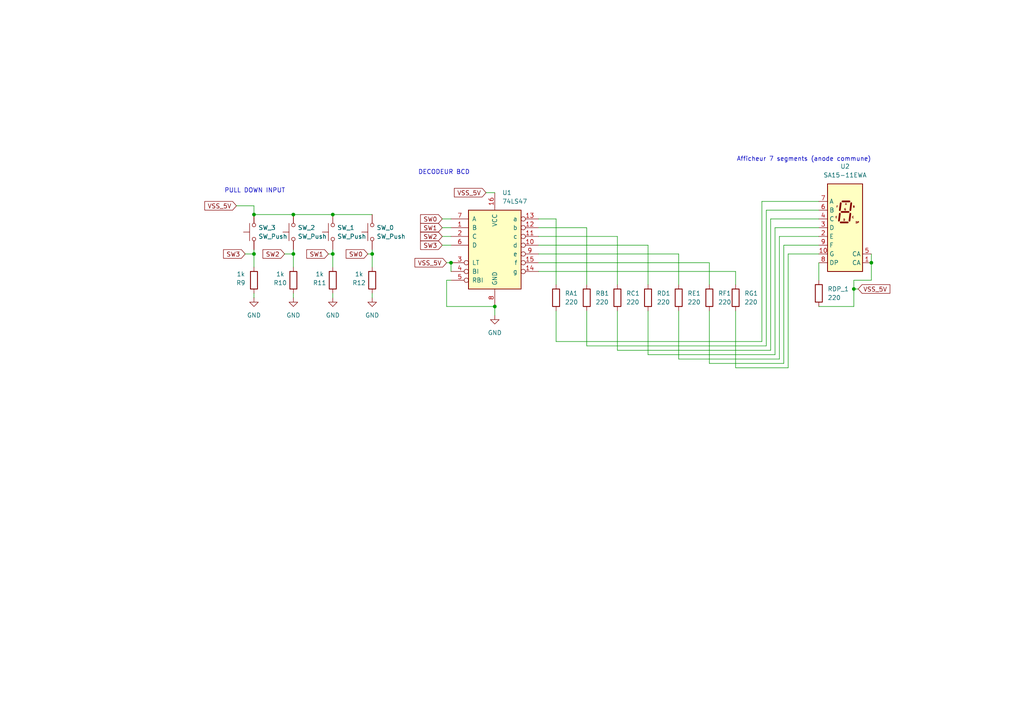
<source format=kicad_sch>
(kicad_sch (version 20250114) (generator "eeschema") (generator_version "9.0")
  (paper "A4")
  (lib_symbols
    (symbol "74xx:74LS47" (pin_names (offset 1.016))
      (property "Reference" "U" (at -7.62 11.43 0))
      (property "Value" "74LS47" (at -7.62 -13.97 0))
      (symbol "74LS47_1_0"
        (pin input line (at -12.7 7.62 0) (length 5.08) (name "A") (number "7"))
        (pin input line (at -12.7 5.08 0) (length 5.08) (name "B") (number "1"))
        (pin input line (at -12.7 2.54 0) (length 5.08) (name "C") (number "2"))
        (pin input line (at -12.7 0 0) (length 5.08) (name "D") (number "6"))
        (pin input inverted (at -12.7 -5.08 0) (length 5.08) (name "LT") (number "3"))
        (pin input inverted (at -12.7 -7.62 0) (length 5.08) (name "BI") (number "4"))
        (pin input inverted (at -12.7 -10.16 0) (length 5.08) (name "RBI") (number "5"))
        (pin power_in line (at 0 15.24 270) (length 5.08) (name "VCC") (number "16"))
        (pin power_in line (at 0 -17.78 90) (length 5.08) (name "GND") (number "8"))
        (pin open_collector inverted (at 12.7 7.62 180) (length 5.08) (name "a") (number "13"))
        (pin open_collector inverted (at 12.7 5.08 180) (length 5.08) (name "b") (number "12"))
        (pin open_collector inverted (at 12.7 2.54 180) (length 5.08) (name "c") (number "11"))
        (pin open_collector inverted (at 12.7 0 180) (length 5.08) (name "d") (number "10"))
        (pin open_collector inverted (at 12.7 -2.54 180) (length 5.08) (name "e") (number "9"))
        (pin open_collector inverted (at 12.7 -5.08 180) (length 5.08) (name "f") (number "15"))
        (pin open_collector inverted (at 12.7 -7.62 180) (length 5.08) (name "g") (number "14"))
      )
      (symbol "74LS47_1_1"
        (rectangle (start -7.62 10.16) (end 7.62 -12.7) (stroke (width 0.254)) (fill (type background)))
      )
    )
    (symbol "Device:R" (pin_numbers (hide yes)) (pin_names (offset 0))
      (property "Reference" "R" (at 2.032 0 90))
      (property "Value" "R" (at 0 0 90))
      (symbol "R_0_1"
        (rectangle (start -1.016 -2.54) (end 1.016 2.54) (stroke (width 0.254)))
      )
      (symbol "R_1_1"
        (pin passive line (at 0 3.81 270) (length 1.27) (name "~") (number "1"))
        (pin passive line (at 0 -3.81 90) (length 1.27) (name "~") (number "2"))
      )
    )
    (symbol "Display_Character:SA15-11EWA"
      (property "Reference" "U" (at 0 16.51 0))
      (property "Value" "SA15-11EWA" (at 0 13.97 0))
      (symbol "SA15-11EWA_1_0"
        (text "E" (at -2.54 3.048 0) (effects (font (size 0.508 0.508))))
        (text "F" (at -2.286 6.096 0) (effects (font (size 0.508 0.508))))
        (text "D" (at -0.254 2.286 0) (effects (font (size 0.508 0.508))))
        (text "G" (at 0 5.334 0) (effects (font (size 0.508 0.508))))
        (text "A" (at 0.254 6.858 0) (effects (font (size 0.508 0.508))))
        (text "C" (at 2.286 3.048 0) (effects (font (size 0.508 0.508))))
        (text "B" (at 2.54 6.096 0) (effects (font (size 0.508 0.508))))
        (text "DP" (at 3.556 1.524 0) (effects (font (size 0.508 0.508))))
      )
      (symbol "SA15-11EWA_1_1"
        (rectangle (start -5.08 12.7) (end 5.08 -12.7) (stroke (width 0.254)) (fill (type background)))
        (polyline (pts (xy -1.524 4.064) (xy -1.778 2.032)) (stroke (width 0.508)))
        (polyline (pts (xy -1.27 7.112) (xy -1.524 5.08)) (stroke (width 0.508)))
        (polyline (pts (xy -1.27 1.524) (xy 0.762 1.524)) (stroke (width 0.508)))
        (polyline (pts (xy -1.016 4.572) (xy 1.016 4.572)) (stroke (width 0.508)))
        (polyline (pts (xy -0.762 7.62) (xy 1.27 7.62)) (stroke (width 0.508)))
        (polyline (pts (xy 1.524 4.064) (xy 1.27 2.032)) (stroke (width 0.508)))
        (polyline (pts (xy 1.778 7.112) (xy 1.524 5.08)) (stroke (width 0.508)))
        (polyline (pts (xy 2.54 1.524) (xy 2.54 1.524)) (stroke (width 0.508)))
        (pin input line (at -7.62 7.62 0) (length 2.54) (name "A") (number "7"))
        (pin input line (at -7.62 5.08 0) (length 2.54) (name "B") (number "6"))
        (pin input line (at -7.62 2.54 0) (length 2.54) (name "C") (number "4"))
        (pin input line (at -7.62 0 0) (length 2.54) (name "D") (number "3"))
        (pin input line (at -7.62 -2.54 0) (length 2.54) (name "E") (number "2"))
        (pin input line (at -7.62 -5.08 0) (length 2.54) (name "F") (number "9"))
        (pin input line (at -7.62 -7.62 0) (length 2.54) (name "G") (number "10"))
        (pin input line (at -7.62 -10.16 0) (length 2.54) (name "DP") (number "8"))
        (pin input line (at 7.62 -7.62 180) (length 2.54) (name "CA") (number "5"))
        (pin input line (at 7.62 -10.16 180) (length 2.54) (name "CA") (number "1"))
      )
    )
    (symbol "Switch:SW_Push" (pin_numbers (hide yes)) (pin_names (offset 1.016) (hide yes))
      (property "Reference" "SW" (at 1.27 2.54 0))
      (property "Value" "SW_Push" (at 0 -1.524 0))
      (symbol "SW_Push_0_1"
        (circle (center -2.032 0) (radius 0.508))
        (polyline (pts (xy 0 1.27) (xy 0 3.048)))
        (circle (center 2.032 0) (radius 0.508))
        (polyline (pts (xy 2.54 1.27) (xy -2.54 1.27)))
        (pin passive line (at -5.08 0 0) (length 2.54) (name "1") (number "1"))
        (pin passive line (at 5.08 0 180) (length 2.54) (name "2") (number "2"))
      )
    )
    (symbol "power:GND" (power) (pin_numbers (hide yes)) (pin_names (offset 0) (hide yes))
      (property "Value" "GND" (at 0 -3.81 0))
      (symbol "GND_0_1"
        (polyline (pts (xy 0 0) (xy 0 -1.27) (xy 1.27 -1.27) (xy 0 -2.54) (xy -1.27 -1.27) (xy 0 -1.27)))
      )
      (symbol "GND_1_1"
        (pin power_in line (at 0 0 270) (length 0) (name "~") (number "1"))
      )
    )
  )
  (text "PULL DOWN INPUT" (at 73.914 55.372 0) (effects (font (size 1.27 1.27))))
  (text "DECODEUR BCD" (at 128.778 50.038 0) (effects (font (size 1.27 1.27))))
  (text "Afficheur 7 segments (anode commune)" (at 233.172 46.228 0) (effects (font (size 1.27 1.27))))
  (junction (at 85.09 73.66))
  (junction (at 96.52 62.23))
  (junction (at 96.52 73.66))
  (junction (at 73.66 62.23))
  (junction (at 247.65 83.82))
  (junction (at 252.73 76.2))
  (junction (at 130.81 76.2))
  (junction (at 85.09 62.23))
  (junction (at 143.51 88.9))
  (junction (at 107.95 73.66))
  (junction (at 73.66 73.66))
  (wire (pts (xy 143.51 91.44) (xy 143.51 88.9)))
  (wire (pts (xy 187.96 71.12) (xy 187.96 82.55)))
  (wire (pts (xy 220.98 99.06) (xy 220.98 58.42)))
  (wire (pts (xy 95.25 73.66) (xy 96.52 73.66)))
  (wire (pts (xy 170.18 90.17) (xy 170.18 100.33)))
  (wire (pts (xy 222.25 100.33) (xy 222.25 60.96)))
  (wire (pts (xy 252.73 81.28) (xy 252.73 76.2)))
  (wire (pts (xy 196.85 104.14) (xy 226.06 104.14)))
  (wire (pts (xy 130.81 76.2) (xy 130.81 78.74)))
  (wire (pts (xy 227.33 71.12) (xy 237.49 71.12)))
  (wire (pts (xy 196.85 73.66) (xy 196.85 82.55)))
  (wire (pts (xy 179.07 90.17) (xy 179.07 101.6)))
  (wire (pts (xy 82.55 73.66) (xy 85.09 73.66)))
  (wire (pts (xy 226.06 68.58) (xy 237.49 68.58)))
  (wire (pts (xy 179.07 101.6) (xy 223.52 101.6)))
  (wire (pts (xy 156.21 78.74) (xy 213.36 78.74)))
  (wire (pts (xy 107.95 73.66) (xy 107.95 77.47)))
  (wire (pts (xy 128.27 63.5) (xy 130.81 63.5)))
  (wire (pts (xy 205.74 76.2) (xy 205.74 82.55)))
  (wire (pts (xy 187.96 90.17) (xy 187.96 102.87)))
  (wire (pts (xy 237.49 76.2) (xy 237.49 81.28)))
  (wire (pts (xy 247.65 81.28) (xy 252.73 81.28)))
  (wire (pts (xy 96.52 72.39) (xy 96.52 73.66)))
  (wire (pts (xy 128.27 68.58) (xy 130.81 68.58)))
  (wire (pts (xy 223.52 63.5) (xy 237.49 63.5)))
  (wire (pts (xy 128.27 71.12) (xy 130.81 71.12)))
  (wire (pts (xy 73.66 73.66) (xy 73.66 77.47)))
  (wire (pts (xy 170.18 66.04) (xy 170.18 82.55)))
  (wire (pts (xy 129.54 88.9) (xy 143.51 88.9)))
  (wire (pts (xy 128.27 66.04) (xy 130.81 66.04)))
  (wire (pts (xy 227.33 105.41) (xy 227.33 71.12)))
  (wire (pts (xy 107.95 85.09) (xy 107.95 86.36)))
  (wire (pts (xy 213.36 106.68) (xy 228.6 106.68)))
  (wire (pts (xy 73.66 72.39) (xy 73.66 73.66)))
  (wire (pts (xy 224.79 102.87) (xy 224.79 66.04)))
  (wire (pts (xy 73.66 85.09) (xy 73.66 86.36)))
  (wire (pts (xy 73.66 62.23) (xy 85.09 62.23)))
  (wire (pts (xy 222.25 60.96) (xy 237.49 60.96)))
  (wire (pts (xy 156.21 63.5) (xy 161.29 63.5)))
  (wire (pts (xy 106.68 73.66) (xy 107.95 73.66)))
  (wire (pts (xy 228.6 106.68) (xy 228.6 73.66)))
  (wire (pts (xy 187.96 102.87) (xy 224.79 102.87)))
  (wire (pts (xy 68.58 59.69) (xy 73.66 59.69)))
  (wire (pts (xy 179.07 68.58) (xy 179.07 82.55)))
  (wire (pts (xy 247.65 83.82) (xy 247.65 88.9)))
  (wire (pts (xy 129.54 76.2) (xy 130.81 76.2)))
  (wire (pts (xy 85.09 72.39) (xy 85.09 73.66)))
  (wire (pts (xy 213.36 78.74) (xy 213.36 82.55)))
  (wire (pts (xy 107.95 72.39) (xy 107.95 73.66)))
  (wire (pts (xy 71.12 73.66) (xy 73.66 73.66)))
  (wire (pts (xy 85.09 73.66) (xy 85.09 77.47)))
  (wire (pts (xy 156.21 71.12) (xy 187.96 71.12)))
  (wire (pts (xy 226.06 104.14) (xy 226.06 68.58)))
  (wire (pts (xy 170.18 100.33) (xy 222.25 100.33)))
  (wire (pts (xy 220.98 58.42) (xy 237.49 58.42)))
  (wire (pts (xy 213.36 90.17) (xy 213.36 106.68)))
  (wire (pts (xy 96.52 73.66) (xy 96.52 77.47)))
  (wire (pts (xy 224.79 66.04) (xy 237.49 66.04)))
  (wire (pts (xy 129.54 81.28) (xy 129.54 88.9)))
  (wire (pts (xy 156.21 68.58) (xy 179.07 68.58)))
  (wire (pts (xy 73.66 59.69) (xy 73.66 62.23)))
  (wire (pts (xy 161.29 99.06) (xy 220.98 99.06)))
  (wire (pts (xy 156.21 76.2) (xy 205.74 76.2)))
  (wire (pts (xy 228.6 73.66) (xy 237.49 73.66)))
  (wire (pts (xy 196.85 90.17) (xy 196.85 104.14)))
  (wire (pts (xy 161.29 90.17) (xy 161.29 99.06)))
  (wire (pts (xy 156.21 66.04) (xy 170.18 66.04)))
  (wire (pts (xy 85.09 85.09) (xy 85.09 86.36)))
  (wire (pts (xy 129.54 81.28) (xy 130.81 81.28)))
  (wire (pts (xy 247.65 88.9) (xy 237.49 88.9)))
  (wire (pts (xy 205.74 105.41) (xy 227.33 105.41)))
  (wire (pts (xy 96.52 62.23) (xy 107.95 62.23)))
  (wire (pts (xy 161.29 63.5) (xy 161.29 82.55)))
  (wire (pts (xy 85.09 62.23) (xy 96.52 62.23)))
  (wire (pts (xy 247.65 83.82) (xy 248.92 83.82)))
  (wire (pts (xy 247.65 83.82) (xy 247.65 81.28)))
  (wire (pts (xy 156.21 73.66) (xy 196.85 73.66)))
  (wire (pts (xy 252.73 73.66) (xy 252.73 76.2)))
  (wire (pts (xy 96.52 85.09) (xy 96.52 86.36)))
  (wire (pts (xy 205.74 90.17) (xy 205.74 105.41)))
  (wire (pts (xy 140.97 55.88) (xy 143.51 55.88)))
  (wire (pts (xy 223.52 101.6) (xy 223.52 63.5)))
  (global_label "SW3" (shape input) (at 71.12 73.66 180) (property "Intersheetrefs" "${INTERSHEET_REFS}" (effects (hide yes))))
  (global_label "SW1" (shape input) (at 95.25 73.66 180) (property "Intersheetrefs" "${INTERSHEET_REFS}" (effects (hide yes))))
  (global_label "SW3" (shape input) (at 128.27 71.12 180) (property "Intersheetrefs" "${INTERSHEET_REFS}" (effects (hide yes))))
  (global_label "SW2" (shape input) (at 82.55 73.66 180) (property "Intersheetrefs" "${INTERSHEET_REFS}" (effects (hide yes))))
  (global_label "VSS_5V" (shape input) (at 68.58 59.69 180) (property "Intersheetrefs" "${INTERSHEET_REFS}" (effects (hide yes))))
  (global_label "VSS_5V" (shape input) (at 129.54 76.2 180) (property "Intersheetrefs" "${INTERSHEET_REFS}" (effects (hide yes))))
  (global_label "SW0" (shape input) (at 106.68 73.66 180) (property "Intersheetrefs" "${INTERSHEET_REFS}" (effects (hide yes))))
  (global_label "SW0" (shape input) (at 128.27 63.5 180) (property "Intersheetrefs" "${INTERSHEET_REFS}" (effects (hide yes))))
  (global_label "SW1" (shape input) (at 128.27 66.04 180) (property "Intersheetrefs" "${INTERSHEET_REFS}" (effects (hide yes))))
  (global_label "VSS_5V" (shape input) (at 248.92 83.82 0) (property "Intersheetrefs" "${INTERSHEET_REFS}" (effects (hide yes))))
  (global_label "SW2" (shape input) (at 128.27 68.58 180) (property "Intersheetrefs" "${INTERSHEET_REFS}" (effects (hide yes))))
  (global_label "VSS_5V" (shape input) (at 140.97 55.88 180) (property "Intersheetrefs" "${INTERSHEET_REFS}" (effects (hide yes))))
  (symbol (lib_id "Device:R") (at 107.95 81.28 180) (unit 1)
    (property "Reference" "R12" (at 104.14 82.042 0))
    (property "Value" "1k" (at 104.14 79.502 0))
    (property "Footprint" "Resistor_THT:R_Axial_DIN0411_L9.9mm_D3.6mm_P7.62mm_Vertical" (effects (hide yes)))
    (property "Description" "Resistor" (effects (hide yes)))
  )
  (symbol (lib_id "power:GND") (at 143.51 91.44 0) (unit 1)
    (property "Reference" "#PWR05" (effects (hide yes)))
    (property "Value" "GND" (at 143.51 96.52 0))
    (property "Description" "Power symbol creates a global label with name \"GND\" , ground" (effects (hide yes)))
  )
  (symbol (lib_id "Switch:SW_Push") (at 96.52 67.31 90) (unit 1)
    (property "Reference" "SW_1" (at 97.79 66.0399 90) (effects (justify right)))
    (property "Value" "SW_Push" (at 97.79 68.5799 90) (effects (justify right)))
    (property "Footprint" "Button_Switch_THT:SW_PUSH_6mm_H5mm" (effects (hide yes)))
    (property "Description" "Push button switch, generic, two pins" (effects (hide yes)))
  )
  (symbol (lib_id "power:GND") (at 107.95 86.36 0) (unit 1)
    (property "Reference" "#PWR04" (effects (hide yes)))
    (property "Value" "GND" (at 107.95 91.44 0))
    (property "Description" "Power symbol creates a global label with name \"GND\" , ground" (effects (hide yes)))
  )
  (symbol (lib_id "Device:R") (at 96.52 81.28 180) (unit 1)
    (property "Reference" "R11" (at 92.71 82.042 0))
    (property "Value" "1k" (at 92.71 79.502 0))
    (property "Footprint" "Resistor_THT:R_Axial_DIN0411_L9.9mm_D3.6mm_P7.62mm_Vertical" (effects (hide yes)))
    (property "Description" "Resistor" (effects (hide yes)))
  )
  (symbol (lib_id "power:GND") (at 73.66 86.36 0) (unit 1)
    (property "Reference" "#PWR03" (effects (hide yes)))
    (property "Value" "GND" (at 73.66 91.44 0))
    (property "Description" "Power symbol creates a global label with name \"GND\" , ground" (effects (hide yes)))
  )
  (symbol (lib_id "Device:R") (at 85.09 81.28 180) (unit 1)
    (property "Reference" "R10" (at 81.28 82.042 0))
    (property "Value" "1k" (at 81.28 79.502 0))
    (property "Footprint" "Resistor_THT:R_Axial_DIN0411_L9.9mm_D3.6mm_P7.62mm_Vertical" (effects (hide yes)))
    (property "Description" "Resistor" (effects (hide yes)))
  )
  (symbol (lib_id "Device:R") (at 73.66 81.28 180) (unit 1)
    (property "Reference" "R9" (at 69.85 82.042 0))
    (property "Value" "1k" (at 69.85 79.502 0))
    (property "Footprint" "Resistor_THT:R_Axial_DIN0411_L9.9mm_D3.6mm_P7.62mm_Vertical" (effects (hide yes)))
    (property "Description" "Resistor" (effects (hide yes)))
  )
  (symbol (lib_id "Switch:SW_Push") (at 85.09 67.31 90) (unit 1)
    (property "Reference" "SW_2" (at 86.36 66.0399 90) (effects (justify right)))
    (property "Value" "SW_Push" (at 86.36 68.5799 90) (effects (justify right)))
    (property "Footprint" "Button_Switch_THT:SW_PUSH_6mm_H5mm" (effects (hide yes)))
    (property "Description" "Push button switch, generic, two pins" (effects (hide yes)))
  )
  (symbol (lib_id "Device:R") (at 205.74 86.36 0) (unit 1)
    (property "Reference" "RF1" (at 208.28 85.0899 0) (effects (justify left)))
    (property "Value" "220" (at 208.28 87.6299 0) (effects (justify left)))
    (property "Footprint" "Resistor_THT:R_Axial_DIN0411_L9.9mm_D3.6mm_P7.62mm_Vertical" (effects (hide yes)))
    (property "Description" "Resistor" (effects (hide yes)))
  )
  (symbol (lib_id "power:GND") (at 96.52 86.36 0) (unit 1)
    (property "Reference" "#PWR02" (effects (hide yes)))
    (property "Value" "GND" (at 96.52 91.44 0))
    (property "Description" "Power symbol creates a global label with name \"GND\" , ground" (effects (hide yes)))
  )
  (symbol (lib_id "Display_Character:SA15-11EWA") (at 245.11 66.04 0) (unit 1)
    (property "Reference" "U2" (at 245.11 48.26 0))
    (property "Value" "SA15-11EWA" (at 245.11 50.8 0))
    (property "Footprint" "Display_7Segment:SA15-11xxx" (effects (hide yes)))
    (property "Datasheet" "http://www.kingbrightusa.com/images/catalog/SPEC/SA15-11EWA.pdf" (effects (hide yes)))
    (property "Description" "High Efficiency Red Single-digit Numeric Display with white white diffused lens, common anode" (effects (hide yes)))
  )
  (symbol (lib_id "Device:R") (at 161.29 86.36 0) (unit 1)
    (property "Reference" "RA1" (at 163.83 85.0899 0) (effects (justify left)))
    (property "Value" "220" (at 163.83 87.6299 0) (effects (justify left)))
    (property "Footprint" "Resistor_THT:R_Axial_DIN0411_L9.9mm_D3.6mm_P7.62mm_Vertical" (effects (hide yes)))
    (property "Description" "Resistor" (effects (hide yes)))
  )
  (symbol (lib_id "Device:R") (at 196.85 86.36 0) (unit 1)
    (property "Reference" "RE1" (at 199.39 85.0899 0) (effects (justify left)))
    (property "Value" "220" (at 199.39 87.6299 0) (effects (justify left)))
    (property "Footprint" "Resistor_THT:R_Axial_DIN0411_L9.9mm_D3.6mm_P7.62mm_Vertical" (effects (hide yes)))
    (property "Description" "Resistor" (effects (hide yes)))
  )
  (symbol (lib_id "Switch:SW_Push") (at 73.66 67.31 90) (unit 1)
    (property "Reference" "SW_3" (at 74.93 66.0399 90) (effects (justify right)))
    (property "Value" "SW_Push" (at 74.93 68.5799 90) (effects (justify right)))
    (property "Footprint" "Button_Switch_THT:SW_PUSH_6mm_H5mm" (effects (hide yes)))
    (property "Description" "Push button switch, generic, two pins" (effects (hide yes)))
  )
  (symbol (lib_id "Device:R") (at 179.07 86.36 0) (unit 1)
    (property "Reference" "RC1" (at 181.61 85.0899 0) (effects (justify left)))
    (property "Value" "220" (at 181.61 87.6299 0) (effects (justify left)))
    (property "Footprint" "Resistor_THT:R_Axial_DIN0411_L9.9mm_D3.6mm_P7.62mm_Vertical" (effects (hide yes)))
    (property "Description" "Resistor" (effects (hide yes)))
  )
  (symbol (lib_id "Switch:SW_Push") (at 107.95 67.31 90) (unit 1)
    (property "Reference" "SW_0" (at 109.22 66.0399 90) (effects (justify right)))
    (property "Value" "SW_Push" (at 109.22 68.5799 90) (effects (justify right)))
    (property "Footprint" "Button_Switch_THT:SW_PUSH_6mm_H5mm" (effects (hide yes)))
    (property "Description" "Push button switch, generic, two pins" (effects (hide yes)))
  )
  (symbol (lib_id "Device:R") (at 187.96 86.36 0) (unit 1)
    (property "Reference" "RD1" (at 190.5 85.0899 0) (effects (justify left)))
    (property "Value" "220" (at 190.5 87.6299 0) (effects (justify left)))
    (property "Footprint" "Resistor_THT:R_Axial_DIN0411_L9.9mm_D3.6mm_P7.62mm_Vertical" (effects (hide yes)))
    (property "Description" "Resistor" (effects (hide yes)))
  )
  (symbol (lib_id "74xx:74LS47") (at 143.51 71.12 0) (unit 1)
    (property "Reference" "U1" (at 145.6533 55.88 0) (effects (justify left)))
    (property "Value" "74LS47" (at 145.6533 58.42 0) (effects (justify left)))
    (property "Footprint" "Package_DIP:CERDIP-16_W7.62mm_SideBrazed_Socket" (effects (hide yes)))
    (property "Datasheet" "http://www.ti.com/lit/gpn/sn74LS47" (effects (hide yes)))
    (property "Description" "BCD to 7-segment Driver, Open Collector, 30V outputs" (effects (hide yes)))
  )
  (symbol (lib_id "Device:R") (at 237.49 85.09 0) (unit 1)
    (property "Reference" "RDP_1" (at 240.03 83.8199 0) (effects (justify left)))
    (property "Value" "220" (at 240.03 86.3599 0) (effects (justify left)))
    (property "Footprint" "Resistor_THT:R_Axial_DIN0411_L9.9mm_D3.6mm_P7.62mm_Vertical" (effects (hide yes)))
    (property "Description" "Resistor" (effects (hide yes)))
  )
  (symbol (lib_id "power:GND") (at 85.09 86.36 0) (unit 1)
    (property "Reference" "#PWR01" (effects (hide yes)))
    (property "Value" "GND" (at 85.09 91.44 0))
    (property "Description" "Power symbol creates a global label with name \"GND\" , ground" (effects (hide yes)))
  )
  (symbol (lib_id "Device:R") (at 170.18 86.36 0) (unit 1)
    (property "Reference" "RB1" (at 172.72 85.0899 0) (effects (justify left)))
    (property "Value" "220" (at 172.72 87.6299 0) (effects (justify left)))
    (property "Footprint" "Resistor_THT:R_Axial_DIN0411_L9.9mm_D3.6mm_P7.62mm_Vertical" (effects (hide yes)))
    (property "Description" "Resistor" (effects (hide yes)))
  )
  (symbol (lib_id "Device:R") (at 213.36 86.36 0) (unit 1)
    (property "Reference" "RG1" (at 215.9 85.0899 0) (effects (justify left)))
    (property "Value" "220" (at 215.9 87.6299 0) (effects (justify left)))
    (property "Footprint" "Resistor_THT:R_Axial_DIN0411_L9.9mm_D3.6mm_P7.62mm_Vertical" (effects (hide yes)))
    (property "Description" "Resistor" (effects (hide yes)))
  )
)
</source>
